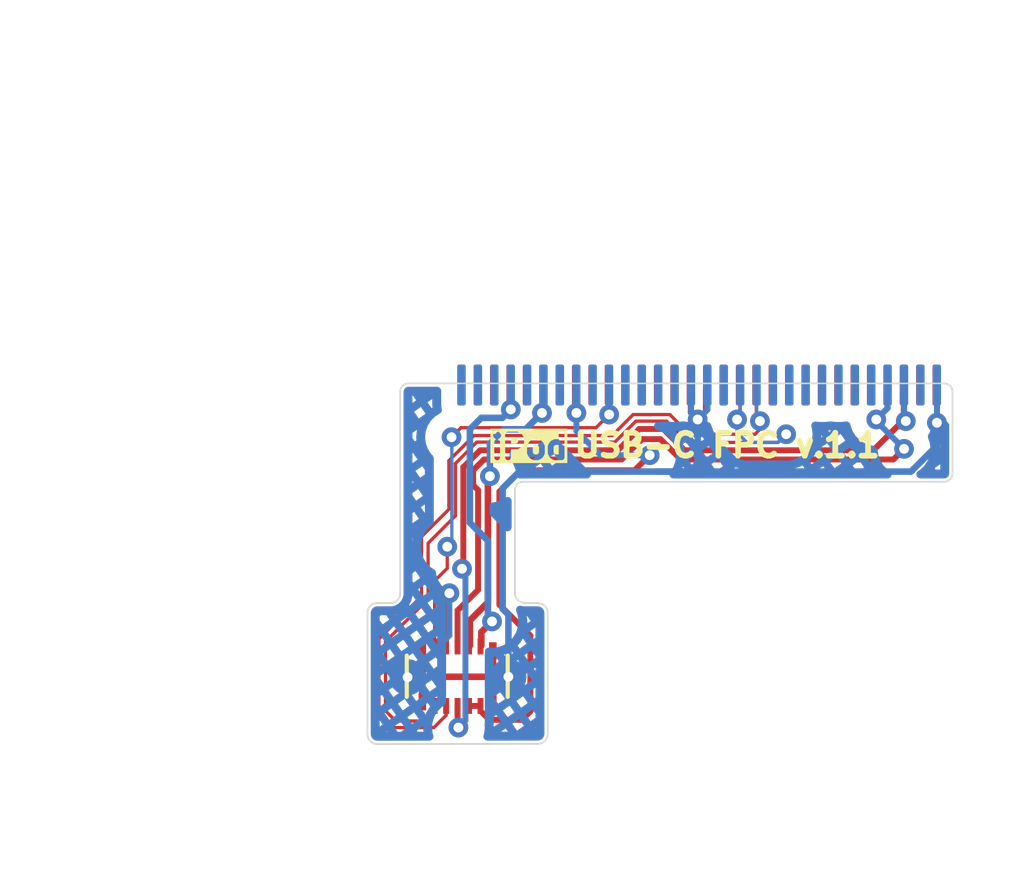
<source format=kicad_pcb>
(kicad_pcb (version 20240108) (generator "pcbnew") (generator_version "8.0")
  (layers (0 "F.Cu" signal) (31 "B.Cu" signal) (34 "B.Paste" user) (35 "F.Paste" user) (36 "B.SilkS" user "B.Silkscreen") (37 "F.SilkS" user "F.Silkscreen") (38 "B.Mask" user) (39 "F.Mask" user) (44 "Edge.Cuts" user))
  (net 0 "")
  (net 2 "Line_R")
  (net 3 "unconnected-(J1-IN_L-Pad6)")
  (net 4 "ACC_ID")
  (net 9 "unconnected-(J1-Pad19)")
  (net 14 "TX")
  (net 18 "GND")
  (net 19 "D-")
  (net 20 "USB_VCC")
  (net 21 "RX")
  (net 24 "Line_L")
  (net 27 "D+")
  (footprint "Connector_Molex:MOLEX_505070_1022" (layer "F.Cu") (at 97.7 63.1825 180)
    (property "Reference" "J2" (hide yes))
    (property "Value" "~" (hide yes))
    (fp_line (start 0.325 -0.63) (end 0.325 0.63) (stroke (width 0.127)) (layer "F.SilkS"))
    (fp_line (start -2.755 0.63) (end -2.755 -0.63) (stroke (width 0.127)) (layer "F.SilkS"))
    (pad "1" smd rect (at -1.925 0.9075 180) (size 0.18 0.485) (layers "F.Cu" "F.Mask") (net 27 "D+"))
    (pad "2" smd rect (at -1.925 -0.9075 180) (size 0.18 0.485) (layers "F.Cu" "F.Mask") (net 20 "USB_VCC"))
    (pad "3" smd rect (at -1.575 0.9075 180) (size 0.18 0.485) (layers "F.Cu" "F.Mask") (net 19 "D-"))
    (pad "4" smd rect (at -1.575 -0.9075 180) (size 0.18 0.485) (layers "F.Cu" "F.Mask") (net 20 "USB_VCC"))
    (pad "5" smd rect (at -1.225 0.9075 180) (size 0.18 0.485) (layers "F.Cu" "F.Mask") (net 24 "Line_L"))
    (pad "6" smd rect (at -1.225 -0.9075 180) (size 0.18 0.485) (layers "F.Cu" "F.Mask") (net 2 "Line_R"))
    (pad "7" smd rect (at -0.875 0.9075 180) (size 0.18 0.485) (layers "F.Cu" "F.Mask") (net 18 "GND"))
    (pad "8" smd rect (at -0.875 -0.9075 180) (size 0.18 0.485) (layers "F.Cu" "F.Mask") (net 14 "TX"))
    (pad "9" smd rect (at -0.525 0.907499 180) (size 0.18 0.485) (layers "F.Cu" "F.Mask") (net 4 "ACC_ID"))
    (pad "10" smd rect (at -0.525 -0.907499 180) (size 0.18 0.485) (layers "F.Cu" "F.Mask") (net 21 "RX"))
    (pad "S1" smd rect (at -2.3 -0.7675 180) (size 0.23 0.535) (layers "F.Cu" "F.Mask") (net 18 "GND"))
    (pad "S1" smd rect (at -2.3 0.7675 180) (size 0.23 0.535) (layers "F.Cu" "F.Mask") (net 18 "GND"))
    (pad "S2" smd rect (at -0.15 -0.775 180) (size 0.23 0.535) (layers "F.Cu" "F.Mask") (net 18 "GND"))
    (pad "S2" smd rect (at -0.15 0.775 180) (size 0.23 0.535) (layers "F.Cu" "F.Mask") (net 18 "GND"))
  )
  (footprint "Connector:SolderPad_iPod_Dock" (layer "F.Cu") (at 106.289215 55.15 180)
    (property "Reference" "J1" (hide yes))
    (property "Value" "~" (hide yes))
    (pad "1" smd roundrect (at -7.25 0.85 180) (size 0.25 1.25) (layers "F.Cu" "F.Paste" "F.Mask") (net 18 "GND"))
    (pad "2" smd roundrect (at -6.749562 0.85 180) (size 0.249124 1.25) (layers "F.Cu" "F.Paste" "F.Mask"))
    (pad "3" smd roundrect (at -6.249562 0.85 180) (size 0.249124 1.25) (layers "F.Cu" "F.Paste" "F.Mask") (net 2 "Line_R"))
    (pad "4" smd roundrect (at -5.749562 0.85 180) (size 0.249124 1.25) (layers "F.Cu" "F.Paste" "F.Mask") (net 24 "Line_L"))
    (pad "5" smd roundrect (at -5.249562 0.85 180) (size 0.249124 1.25) (layers "F.Cu" "F.Paste" "F.Mask"))
    (pad "6" smd roundrect (at -4.749562 0.85 180) (size 0.249124 1.25) (layers "F.Cu" "F.Paste" "F.Mask") (net 3 "unconnected-(J1-IN_L-Pad6)"))
    (pad "7" smd roundrect (at -4.249562 0.85 180) (size 0.249124 1.25) (layers "F.Cu" "F.Paste" "F.Mask"))
    (pad "8" smd roundrect (at -3.749562 0.85 180) (size 0.249124 1.25) (layers "F.Cu" "F.Paste" "F.Mask"))
    (pad "9" smd roundrect (at -3.249562 0.85 180) (size 0.249124 1.25) (layers "F.Cu" "F.Paste" "F.Mask"))
    (pad "10" smd roundrect (at -2.749562 0.85 180) (size 0.249124 1.25) (layers "F.Cu" "F.Paste" "F.Mask"))
    (pad "11" smd roundrect (at -2.249562 0.85 180) (size 0.249124 1.25) (layers "F.Cu" "F.Paste" "F.Mask"))
    (pad "12" smd roundrect (at -1.749562 0.85 180) (size 0.249124 1.25) (layers "F.Cu" "F.Paste" "F.Mask") (net 14 "TX"))
    (pad "13" smd roundrect (at -1.249562 0.85 180) (size 0.249124 1.25) (layers "F.Cu" "F.Paste" "F.Mask") (net 21 "RX"))
    (pad "14" smd roundrect (at -0.749562 0.85 180) (size 0.249124 1.25) (layers "F.Cu" "F.Paste" "F.Mask"))
    (pad "15" smd roundrect (at -0.249562 0.85 180) (size 0.249124 1.25) (layers "F.Cu" "F.Paste" "F.Mask") (net 18 "GND"))
    (pad "16" smd roundrect (at 0.250437 0.85 180) (size 0.249125 1.25) (layers "F.Cu" "F.Paste" "F.Mask") (net 18 "GND"))
    (pad "17" smd roundrect (at 0.750437 0.85 180) (size 0.249125 1.25) (layers "F.Cu" "F.Paste" "F.Mask"))
    (pad "18" smd roundrect (at 1.250437 0.85 180) (size 0.249125 1.25) (layers "F.Cu" "F.Paste" "F.Mask"))
    (pad "19" smd roundrect (at 1.750437 0.85 180) (size 0.249125 1.25) (layers "F.Cu" "F.Paste" "F.Mask") (net 9 "unconnected-(J1-Pad19)"))
    (pad "20" smd roundrect (at 2.250437 0.85 180) (size 0.249125 1.25) (layers "F.Cu" "F.Paste" "F.Mask"))
    (pad "21" smd roundrect (at 2.750437 0.85 180) (size 0.249125 1.25) (layers "F.Cu" "F.Paste" "F.Mask") (net 4 "ACC_ID"))
    (pad "22" smd roundrect (at 3.250437 0.85 180) (size 0.249125 1.25) (layers "F.Cu" "F.Paste" "F.Mask"))
    (pad "23" smd roundrect (at 3.750437 0.85 180) (size 0.249125 1.25) (layers "F.Cu" "F.Paste" "F.Mask") (net 20 "USB_VCC"))
    (pad "24" smd roundrect (at 4.250437 0.85 180) (size 0.249125 1.25) (layers "F.Cu" "F.Paste" "F.Mask"))
    (pad "25" smd roundrect (at 4.750437 0.85 180) (size 0.249125 1.25) (layers "F.Cu" "F.Paste" "F.Mask") (net 19 "D-"))
    (pad "26" smd roundrect (at 5.250437 0.85 180) (size 0.249125 1.25) (layers "F.Cu" "F.Paste" "F.Mask"))
    (pad "27" smd roundrect (at 5.750437 0.85 180) (size 0.249125 1.25) (layers "F.Cu" "F.Paste" "F.Mask") (net 27 "D+"))
    (pad "28" smd roundrect (at 6.250437 0.85 180) (size 0.249125 1.25) (layers "F.Cu" "F.Paste" "F.Mask"))
    (pad "29" smd roundrect (at 6.750437 0.85 180) (size 0.249125 1.25) (layers "F.Cu" "F.Paste" "F.Mask"))
    (pad "30" smd roundrect (at 7.250437 0.85 180) (size 0.249125 1.25) (layers "F.Cu" "F.Paste" "F.Mask"))
  )
  (footprint "Connector:SolderPad_iPod_Dock" (layer "B.Cu") (at 106.3 53.45 180)
    (property "Reference" "J3" (hide yes))
    (property "Value" "~" (hide yes))
    (pad "1" smd roundrect (at -7.25 -0.85 180) (size 0.25 1.25) (layers "B.Cu" "B.Paste" "B.Mask") (net 18 "GND"))
    (pad "2" smd roundrect (at -6.749562 -0.85 180) (size 0.249124 1.25) (layers "B.Cu" "B.Paste" "B.Mask"))
    (pad "3" smd roundrect (at -6.249562 -0.85 180) (size 0.249124 1.25) (layers "B.Cu" "B.Paste" "B.Mask") (net 2 "Line_R"))
    (pad "4" smd roundrect (at -5.749562 -0.85 180) (size 0.249124 1.25) (layers "B.Cu" "B.Paste" "B.Mask") (net 24 "Line_L"))
    (pad "5" smd roundrect (at -5.249562 -0.85 180) (size 0.249124 1.25) (layers "B.Cu" "B.Paste" "B.Mask"))
    (pad "6" smd roundrect (at -4.749562 -0.85 180) (size 0.249124 1.25) (layers "B.Cu" "B.Paste" "B.Mask"))
    (pad "7" smd roundrect (at -4.249562 -0.85 180) (size 0.249124 1.25) (layers "B.Cu" "B.Paste" "B.Mask"))
    (pad "8" smd roundrect (at -3.749562 -0.85 180) (size 0.249124 1.25) (layers "B.Cu" "B.Paste" "B.Mask"))
    (pad "9" smd roundrect (at -3.249562 -0.85 180) (size 0.249124 1.25) (layers "B.Cu" "B.Paste" "B.Mask"))
    (pad "10" smd roundrect (at -2.749562 -0.85 180) (size 0.249124 1.25) (layers "B.Cu" "B.Paste" "B.Mask"))
    (pad "11" smd roundrect (at -2.249562 -0.85 180) (size 0.249124 1.25) (layers "B.Cu" "B.Paste" "B.Mask"))
    (pad "12" smd roundrect (at -1.749562 -0.85 180) (size 0.249124 1.25) (layers "B.Cu" "B.Paste" "B.Mask") (net 14 "TX"))
    (pad "13" smd roundrect (at -1.249562 -0.85 180) (size 0.249124 1.25) (layers "B.Cu" "B.Paste" "B.Mask") (net 21 "RX"))
    (pad "14" smd roundrect (at -0.749562 -0.85 180) (size 0.249124 1.25) (layers "B.Cu" "B.Paste" "B.Mask"))
    (pad "15" smd roundrect (at -0.249562 -0.85 180) (size 0.249124 1.25) (layers "B.Cu" "B.Paste" "B.Mask") (net 18 "GND"))
    (pad "16" smd roundrect (at 0.250437 -0.85 180) (size 0.249125 1.25) (layers "B.Cu" "B.Paste" "B.Mask") (net 18 "GND"))
    (pad "17" smd roundrect (at 0.750437 -0.85 180) (size 0.249125 1.25) (layers "B.Cu" "B.Paste" "B.Mask"))
    (pad "18" smd roundrect (at 1.250437 -0.85 180) (size 0.249125 1.25) (layers "B.Cu" "B.Paste" "B.Mask"))
    (pad "19" smd roundrect (at 1.750437 -0.85 180) (size 0.249125 1.25) (layers "B.Cu" "B.Paste" "B.Mask"))
    (pad "20" smd roundrect (at 2.250437 -0.85 180) (size 0.249125 1.25) (layers "B.Cu" "B.Paste" "B.Mask"))
    (pad "21" smd roundrect (at 2.750437 -0.85 180) (size 0.249125 1.25) (layers "B.Cu" "B.Paste" "B.Mask") (net 4 "ACC_ID"))
    (pad "22" smd roundrect (at 3.250437 -0.85 180) (size 0.249125 1.25) (layers "B.Cu" "B.Paste" "B.Mask"))
    (pad "23" smd roundrect (at 3.750437 -0.85 180) (size 0.249125 1.25) (layers "B.Cu" "B.Paste" "B.Mask") (net 20 "USB_VCC"))
    (pad "24" smd roundrect (at 4.250437 -0.85 180) (size 0.249125 1.25) (layers "B.Cu" "B.Paste" "B.Mask"))
    (pad "25" smd roundrect (at 4.750437 -0.85 180) (size 0.249125 1.25) (layers "B.Cu" "B.Paste" "B.Mask") (net 19 "D-"))
    (pad "26" smd roundrect (at 5.250437 -0.85 180) (size 0.249125 1.25) (layers "B.Cu" "B.Paste" "B.Mask"))
    (pad "27" smd roundrect (at 5.750437 -0.85 180) (size 0.249125 1.25) (layers "B.Cu" "B.Paste" "B.Mask") (net 27 "D+"))
    (pad "28" smd roundrect (at 6.250437 -0.85 180) (size 0.249125 1.25) (layers "B.Cu" "B.Paste" "B.Mask"))
    (pad "29" smd roundrect (at 6.750437 -0.85 180) (size 0.249125 1.25) (layers "B.Cu" "B.Paste" "B.Mask"))
    (pad "30" smd roundrect (at 7.250437 -0.85 180) (size 0.249125 1.25) (layers "B.Cu" "B.Paste" "B.Mask"))
  )
  (gr_line (start 96.175 61.25) (end 96.175 64.952703) (stroke (width 0.05)) (layer "Edge.Cuts"))
  (gr_arc (start 101.675 64.947299) (mid 101.587249 65.159315) (end 101.375331 65.247298) (stroke (width 0.05)) (layer "Edge.Cuts"))
  (gr_line (start 97.175 54.5) (end 97.175 60.65) (stroke (width 0.05)) (layer "Edge.Cuts"))
  (gr_arc (start 100.975 60.95) (mid 100.762868 60.862132) (end 100.675 60.65) (stroke (width 0.05)) (layer "Edge.Cuts"))
  (gr_arc (start 97.175 54.5) (mid 97.248223 54.323223) (end 97.425 54.25) (stroke (width 0.05)) (layer "Edge.Cuts"))
  (gr_line (start 100.975 60.95) (end 101.375 60.95) (stroke (width 0.05)) (layer "Edge.Cuts"))
  (gr_arc (start 100.675 57.5) (mid 100.748223 57.323223) (end 100.925 57.25) (stroke (width 0.05)) (layer "Edge.Cuts"))
  (gr_arc (start 96.475331 65.252703) (mid 96.262985 65.164952) (end 96.175 64.952703) (stroke (width 0.05)) (layer "Edge.Cuts"))
  (gr_line (start 100.675 60.65) (end 100.675 57.5) (stroke (width 0.05)) (layer "Edge.Cuts"))
  (gr_arc (start 113.775 54.25) (mid 113.951777 54.323223) (end 114.025 54.5) (stroke (width 0.05)) (layer "Edge.Cuts"))
  (gr_arc (start 97.175 60.65) (mid 97.087132 60.862132) (end 96.875 60.95) (stroke (width 0.05)) (layer "Edge.Cuts"))
  (gr_line (start 96.475331 65.252703) (end 101.375331 65.247298) (stroke (width 0.05)) (layer "Edge.Cuts"))
  (gr_line (start 101.675 61.25) (end 101.675 64.947299) (stroke (width 0.05)) (layer "Edge.Cuts"))
  (gr_arc (start 114.025 57) (mid 113.951777 57.176777) (end 113.775 57.25) (stroke (width 0.05)) (layer "Edge.Cuts"))
  (gr_line (start 97.425 54.25) (end 113.775 54.25) (stroke (width 0.05)) (layer "Edge.Cuts"))
  (gr_arc (start 101.375 60.95) (mid 101.587132 61.037868) (end 101.675 61.25) (stroke (width 0.05)) (layer "Edge.Cuts"))
  (gr_line (start 114.025 54.5) (end 114.025 57) (stroke (width 0.05)) (layer "Edge.Cuts"))
  (gr_line (start 96.875 60.95) (end 96.475 60.95) (stroke (width 0.05)) (layer "Edge.Cuts"))
  (gr_arc (start 96.175 61.25) (mid 96.262868 61.037868) (end 96.475 60.95) (stroke (width 0.05)) (layer "Edge.Cuts"))
  (gr_line (start 100.925 57.25) (end 113.775 57.25) (stroke (width 0.05)) (layer "Edge.Cuts"))
  (gr_text "USB-C FPC v.1.1" (at 102.4 56.55 0) (layer "F.SilkS") (effects (font (size 0.7 0.7) (thickness 0.175) (bold yes)) (justify left bottom)))
  (gr_text "iPod" (at 99.85 56.6 0) (layer "F.SilkS" knockout) (effects (font (size 0.7 0.7) (thickness 0.175) (bold yes)) (justify left bottom)))
  (segment (start 112.338777 55.561223) (end 111.61 56.29) (width 0.18) (layer "F.Cu") (net 2))
  (segment (start 112.538777 55.461223) (end 112.538777 55.561223) (width 0.18) (layer "F.Cu") (net 2))
  (segment (start 105.200588 55.64) (end 104.46402 55.64) (width 0.18) (layer "F.Cu") (net 2))
  (segment (start 112.6 55.4) (end 112.538777 55.338777) (width 0.18) (layer "F.Cu") (net 2))
  (segment (start 98.925 64.09) (end 98.925 64.725) (width 0.18) (layer "F.Cu") (net 2))
  (segment (start 99.1 56.80402) (end 99.1 59.865) (width 0.18) (layer "F.Cu") (net 2))
  (segment (start 103.81402 56.29) (end 99.61402 56.29) (width 0.18) (layer "F.Cu") (net 2))
  (segment (start 98.925 64.725) (end 98.95 64.75) (width 0.18) (layer "F.Cu") (net 2))
  (segment (start 105.850588 56.29) (end 105.200588 55.64) (width 0.18) (layer "F.Cu") (net 2))
  (segment (start 111.61 56.29) (end 105.850588 56.29) (width 0.18) (layer "F.Cu") (net 2))
  (segment (start 112.538777 55.338777) (end 112.538777 54.44) (width 0.18) (layer "F.Cu") (net 2))
  (segment (start 104.46402 55.64) (end 103.81402 56.29) (width 0.18) (layer "F.Cu") (net 2))
  (segment (start 99.1 59.865) (end 99.06 59.905) (width 0.18) (layer "F.Cu") (net 2))
  (segment (start 112.538777 55.561223) (end 112.338777 55.561223) (width 0.18) (layer "F.Cu") (net 2))
  (segment (start 112.6 55.4) (end 112.538777 55.461223) (width 0.18) (layer "F.Cu") (net 2))
  (segment (start 99.61402 56.29) (end 99.1 56.80402) (width 0.18) (layer "F.Cu") (net 2))
  (via (at 98.95 64.75) (size 0.6) (drill 0.3) (layers "F.Cu" "B.Cu") (net 2))
  (via (at 99.06 59.905) (size 0.6) (drill 0.3) (layers "F.Cu" "B.Cu") (net 2))
  (via (at 112.6 55.4) (size 0.6) (drill 0.3) (layers "F.Cu" "B.Cu") (net 2))
  (segment (start 112.549562 55.349562) (end 112.549562 54.44) (width 0.18) (layer "B.Cu") (net 2))
  (segment (start 99.06 59.905) (end 99.165 60.01) (width 0.18) (layer "B.Cu") (net 2))
  (segment (start 99.165 60.01) (end 99.165 64.535) (width 0.18) (layer "B.Cu") (net 2))
  (segment (start 112.6 55.4) (end 112.549562 55.349562) (width 0.18) (layer "B.Cu") (net 2))
  (segment (start 99.165 64.535) (end 98.95 64.75) (width 0.18) (layer "B.Cu") (net 2))
  (segment (start 111.039652 54.45) (end 111.05 54.45) (width 0.2) (layer "F.Cu") (net 3))
  (segment (start 98.225 60.275) (end 98.225 62.275001) (width 0.1) (layer "F.Cu") (net 4))
  (segment (start 98.74038 55.89038) (end 99.03076 55.6) (width 0.1) (layer "F.Cu") (net 4))
  (segment (start 103.549563 55.200437) (end 103.549563 55.2) (width 0.1) (layer "F.Cu") (net 4))
  (segment (start 103.549563 55.2) (end 103.538778 55.189215) (width 0.1) (layer "F.Cu") (net 4))
  (segment (start 103.15 55.6) (end 103.549563 55.200437) (width 0.1) (layer "F.Cu") (net 4))
  (segment (start 103.538778 55.189215) (end 103.538778 54.4) (width 0.1) (layer "F.Cu") (net 4))
  (segment (start 98.61 59.231924) (end 98.61 59.89) (width 0.1) (layer "F.Cu") (net 4))
  (segment (start 98.61 59.89) (end 98.225 60.275) (width 0.1) (layer "F.Cu") (net 4))
  (segment (start 99.03076 55.6) (end 103.15 55.6) (width 0.1) (layer "F.Cu") (net 4))
  (via (at 98.74038 55.89038) (size 0.6) (drill 0.3) (layers "F.Cu" "B.Cu") (net 4))
  (via (at 103.549563 55.2) (size 0.6) (drill 0.3) (layers "F.Cu" "B.Cu") (net 4))
  (via (at 98.61 59.231924) (size 0.6) (drill 0.3) (layers "F.Cu" "B.Cu") (net 4))
  (segment (start 98.61 59.231924) (end 98.75 59.091924) (width 0.1) (layer "B.Cu") (net 4))
  (segment (start 98.75 59.091924) (end 98.75 55.9) (width 0.1) (layer "B.Cu") (net 4))
  (segment (start 103.549563 55.2) (end 103.549563 54.4) (width 0.1) (layer "B.Cu") (net 4))
  (segment (start 98.75 55.9) (end 98.74038 55.89038) (width 0.1) (layer "B.Cu") (net 4))
  (segment (start 104.499653 54.44) (end 104.539653 54.44) (width 0.18) (layer "F.Cu") (net 9))
  (segment (start 108.15 55.4) (end 108.038777 55.288777) (width 0.1) (layer "F.Cu") (net 14))
  (segment (start 105.4 55.2) (end 104.281765 55.2) (width 0.1) (layer "F.Cu") (net 14))
  (segment (start 97.825 58.925) (end 97.825 60.743946) (width 0.1) (layer "F.Cu") (net 14))
  (segment (start 103.641764 55.840001) (end 99.427156 55.840001) (width 0.1) (layer "F.Cu") (net 14))
  (segment (start 98.66 58.09) (end 97.825 58.925) (width 0.1) (layer "F.Cu") (net 14))
  (segment (start 98.575 64.375) (end 98.575 64.09) (width 0.1) (layer "F.Cu") (net 14))
  (segment (start 99.427156 55.840001) (end 98.66 56.607157) (width 0.1) (layer "F.Cu") (net 14))
  (segment (start 108.038777 55.288777) (end 108.038777 54.4) (width 0.1) (layer "F.Cu") (net 14))
  (segment (start 98.2 64.75) (end 98.575 64.375) (width 0.1) (layer "F.Cu") (net 14))
  (segment (start 96.525 64.321054) (end 96.953946 64.75) (width 0.1) (layer "F.Cu") (net 14))
  (segment (start 98.66 56.607157) (end 98.66 58.09) (width 0.1) (layer "F.Cu") (net 14))
  (segment (start 96.953946 64.75) (end 98.2 64.75) (width 0.1) (layer "F.Cu") (net 14))
  (segment (start 108.15 55.4) (end 108.15 55.65) (width 0.1) (layer "F.Cu") (net 14))
  (segment (start 108 55.8) (end 106 55.8) (width 0.1) (layer "F.Cu") (net 14))
  (segment (start 96.525 62.043946) (end 96.525 64.321054) (width 0.1) (layer "F.Cu") (net 14))
  (segment (start 106 55.8) (end 105.4 55.2) (width 0.1) (layer "F.Cu") (net 14))
  (segment (start 108.15 55.65) (end 108 55.8) (width 0.1) (layer "F.Cu") (net 14))
  (segment (start 104.281765 55.2) (end 103.641764 55.840001) (width 0.1) (layer "F.Cu") (net 14))
  (segment (start 97.825 60.743946) (end 96.525 62.043946) (width 0.1) (layer "F.Cu") (net 14))
  (via (at 108.15 55.4) (size 0.6) (drill 0.3) (layers "F.Cu" "B.Cu") (net 14))
  (segment (start 108.05 55.3) (end 108.05 54.4) (width 0.1) (layer "B.Cu") (net 14))
  (segment (start 108.15 55.4) (end 108.05 55.3) (width 0.1) (layer "B.Cu") (net 14))
  (segment (start 97.855 63.9925) (end 97.85 63.9875) (width 0.1) (layer "F.Cu") (net 18))
  (segment (start 106.25 55.35) (end 106.5 55.1) (width 0.18) (layer "F.Cu") (net 18))
  (segment (start 106.039653 55.139653) (end 106.039653 54.44) (width 0.18) (layer "F.Cu") (net 18))
  (segment (start 97.85 62.4625) (end 97.855 62.4575) (width 0.1) (layer "F.Cu") (net 18))
  (segment (start 113.55 54.44) (end 113.539215 54.44) (width 0.18) (layer "F.Cu") (net 18))
  (segment (start 100.005 63.255) (end 100 63.25) (width 0.1) (layer "F.Cu") (net 18))
  (segment (start 97.85 63.225) (end 97.85 62.4625) (width 0.2) (layer "F.Cu") (net 18))
  (segment (start 106.5 55.1) (end 106.5 54.44) (width 0.18) (layer "F.Cu") (net 18))
  (segment (start 106.25 55.35) (end 106.039653 55.139653) (width 0.18) (layer "F.Cu") (net 18))
  (segment (start 113.55 55.45) (end 113.55 54.44) (width 0.18) (layer "F.Cu") (net 18))
  (segment (start 100.475 63.2) (end 100.005 63.2) (width 0.2) (layer "F.Cu") (net 18))
  (segment (start 100.005 64) (end 100.005 63.255) (width 0.2) (layer "F.Cu") (net 18))
  (segment (start 100.005 63.245) (end 100.005 62.45) (width 0.1) (layer "F.Cu") (net 18))
  (segment (start 97.855 63.213955) (end 97.855 62.4575) (width 0.2) (layer "F.Cu") (net 18))
  (segment (start 100.005 64) (end 100.005 63.739288) (width 0.1) (layer "F.Cu") (net 18))
  (segment (start 100.475 63.2) (end 97.413955 63.2) (width 0.2) (layer "F.Cu") (net 18))
  (segment (start 98.575 60.75) (end 98.575 62.275) (width 0.18) (layer "F.Cu") (net 18))
  (segment (start 97.413955 63.2) (end 97.4 63.213955) (width 0.2) (layer "F.Cu") (net 18))
  (segment (start 100 63.25) (end 100.005 63.245) (width 0.1) (layer "F.Cu") (net 18))
  (segment (start 97.85 63.225) (end 97.85 63.9875) (width 0.2) (layer "F.Cu") (net 18))
  (segment (start 100.005 63.2) (end 100.005 62.45) (width 0.2) (layer "F.Cu") (net 18))
  (segment (start 98.675 60.65) (end 98.575 60.75) (width 0.18) (layer "F.Cu") (net 18))
  (segment (start 97.4 63.213955) (end 97.855 63.213955) (width 0.2) (layer "F.Cu") (net 18))
  (via (at 100.475 63.2) (size 0.6) (drill 0.3) (layers "F.Cu" "B.Cu") (net 18))
  (via (at 113.55 55.45) (size 0.6) (drill 0.3) (layers "F.Cu" "B.Cu") (net 18))
  (via (at 97.4 63.213955) (size 0.6) (drill 0.3) (layers "F.Cu" "B.Cu") (net 18))
  (via (at 106.25 55.35) (size 0.6) (drill 0.3) (layers "F.Cu" "B.Cu") (net 18))
  (via (at 98.675 60.65) (size 0.6) (drill 0.3) (layers "F.Cu" "B.Cu") (net 18))
  (segment (start 112.76 56.94) (end 113.55 56.15) (width 0.2) (layer "B.Cu") (net 18))
  (segment (start 106.25 55.35) (end 106.549562 55.050438) (width 0.18) (layer "B.Cu") (net 18))
  (segment (start 105.01 56.94) (end 112.76 56.94) (width 0.2) (layer "B.Cu") (net 18))
  (segment (start 105.01 56.94) (end 106 56.94) (width 0.2) (layer "B.Cu") (net 18))
  (segment (start 98.675 60.65) (end 98.675 61.938955) (width 0.18) (layer "B.Cu") (net 18))
  (segment (start 106.549562 55.050438) (end 106.549562 54.44) (width 0.18) (layer "B.Cu") (net 18))
  (segment (start 100.475572 63.199428) (end 100.475572 61.304195) (width 0.2) (layer "B.Cu") (net 18))
  (segment (start 106 56.94) (end 106.25 56.69) (width 0.2) (layer "B.Cu") (net 18))
  (segment (start 100.3 57.45) (end 100.81 56.94) (width 0.2) (layer "B.Cu") (net 18))
  (segment (start 100.81 56.94) (end 105.01 56.94) (width 0.2) (layer "B.Cu") (net 18))
  (segment (start 100.3 61.128623) (end 100.3 57.45) (width 0.2) (layer "B.Cu") (net 18))
  (segment (start 113.55 55.45) (end 113.55 54.44) (width 0.18) (layer "B.Cu") (net 18))
  (segment (start 98.675 61.938955) (end 97.4 63.213955) (width 0.18) (layer "B.Cu") (net 18))
  (segment (start 100.475572 61.304195) (end 100.3 61.128623) (width 0.2) (layer "B.Cu") (net 18))
  (segment (start 106.049563 55.149563) (end 106.049563 54.44) (width 0.18) (layer "B.Cu") (net 18))
  (segment (start 100.475 63.2) (end 100.475572 63.199428) (width 0.2) (layer "B.Cu") (net 18))
  (segment (start 106.25 55.35) (end 106.049563 55.149563) (width 0.18) (layer "B.Cu") (net 18))
  (segment (start 113.55 56.15) (end 113.55 55.45) (width 0.2) (layer "B.Cu") (net 18))
  (segment (start 106.25 56.69) (end 106.25 55.35) (width 0.2) (layer "B.Cu") (net 18))
  (segment (start 99.911483 57.081483) (end 99.85 57.142966) (width 0.2) (layer "F.Cu") (net 19))
  (segment (start 99.3 61.479767) (end 99.3 62.25) (width 0.2) (layer "F.Cu") (net 19))
  (segment (start 99.85 57.142966) (end 99.85 60.929767) (width 0.2) (layer "F.Cu") (net 19))
  (segment (start 99.85 60.929767) (end 99.3 61.479767) (width 0.2) (layer "F.Cu") (net 19))
  (via (at 101.5 55.15) (size 0.6) (drill 0.3) (layers "F.Cu" "B.Cu") (net 19))
  (via (at 99.911483 57.081483) (size 0.6) (drill 0.3) (layers "F.Cu" "B.Cu") (net 19))
  (segment (start 101 55.65) (end 100.35 55.65) (width 0.2) (layer "B.Cu") (net 19))
  (segment (start 100.35 55.65) (end 99.911483 56.088517) (width 0.2) (layer "B.Cu") (net 19))
  (segment (start 99.911483 56.088517) (end 99.911483 57.081483) (width 0.2) (layer "B.Cu") (net 19))
  (segment (start 101.5 55.15) (end 101 55.65) (width 0.2) (layer "B.Cu") (net 19))
  (segment (start 100.2 57.55) (end 100.2 61) (width 0.18) (layer "F.Cu") (net 20))
  (segment (start 104.325821 56.9) (end 100.85 56.9) (width 0.18) (layer "F.Cu") (net 20))
  (segment (start 100.85 56.9) (end 100.2 57.55) (width 0.18) (layer "F.Cu") (net 20))
  (segment (start 101.145 61.945) (end 101.145 64.25478) (width 0.18) (layer "F.Cu") (net 20))
  (segment (start 100.2 61) (end 101.145 61.945) (width 0.18) (layer "F.Cu") (net 20))
  (segment (start 101.145 64.25478) (end 100.88728 64.5125) (width 0.18) (layer "F.Cu") (net 20))
  (segment (start 99.895 64.5125) (end 99.625 64.2425) (width 0.18) (layer "F.Cu") (net 20))
  (segment (start 102.538778 55.138778) (end 102.538778 54.44) (width 0.18) (layer "F.Cu") (net 20))
  (segment (start 99.625 64.2425) (end 99.625 64.09) (width 0.18) (layer "F.Cu") (net 20))
  (segment (start 100.88728 64.5125) (end 99.895 64.5125) (width 0.18) (layer "F.Cu") (net 20))
  (segment (start 102.55 55.15) (end 102.538778 55.138778) (width 0.18) (layer "F.Cu") (net 20))
  (segment (start 104.785821 56.44) (end 104.325821 56.9) (width 0.18) (layer "F.Cu") (net 20))
  (segment (start 99.625 64.09) (end 99.275 64.09) (width 0.18) (layer "F.Cu") (net 20))
  (via (at 104.785821 56.44) (size 0.6) (drill 0.3) (layers "F.Cu" "B.Cu") (net 20))
  (via (at 102.55 55.15) (size 0.6) (drill 0.3) (layers "F.Cu" "B.Cu") (net 20))
  (segment (start 102.55 55.15) (end 102.55 55.7) (width 0.18) (layer "B.Cu") (net 20))
  (segment (start 102.55 55.7) (end 103.29 56.44) (width 0.18) (layer "B.Cu") (net 20))
  (segment (start 103.29 56.44) (end 104.785821 56.44) (width 0.18) (layer "B.Cu") (net 20))
  (segment (start 108.7 56.05) (end 105.95 56.05) (width 0.1) (layer "F.Cu") (net 21))
  (segment (start 107.538777 55.262584) (end 107.538777 54.4) (width 0.1) (layer "F.Cu") (net 21))
  (segment (start 98.86 56.69) (end 98.86 58.29) (width 0.1) (layer "F.Cu") (net 21))
  (segment (start 98.86 58.29) (end 98.025 59.125) (width 0.1) (layer "F.Cu") (net 21))
  (segment (start 98.025 60.826788) (end 96.725 62.126788) (width 0.1) (layer "F.Cu") (net 21))
  (segment (start 99.509999 56.040001) (end 98.86 56.69) (width 0.1) (layer "F.Cu") (net 21))
  (segment (start 108.95 55.8) (end 108.7 56.05) (width 0.1) (layer "F.Cu") (net 21))
  (segment (start 104.364608 55.4) (end 103.724607 56.040001) (width 0.1) (layer "F.Cu") (net 21))
  (segment (start 105.95 56.05) (end 105.3 55.4) (width 0.1) (layer "F.Cu") (net 21))
  (segment (start 96.725 62.126788) (end 96.725 64.238212) (width 0.1) (layer "F.Cu") (net 21))
  (segment (start 97.94 64.55) (end 98.225 64.265) (width 0.1) (layer "F.Cu") (net 21))
  (segment (start 98.225 64.265) (end 98.225 64.089999) (width 0.1) (layer "F.Cu") (net 21))
  (segment (start 96.725 64.238212) (end 97.036788 64.55) (width 0.1) (layer "F.Cu") (net 21))
  (segment (start 98.025 59.125) (end 98.025 60.826788) (width 0.1) (layer "F.Cu") (net 21))
  (segment (start 97.036788 64.55) (end 97.94 64.55) (width 0.1) (layer "F.Cu") (net 21))
  (segment (start 105.3 55.4) (end 104.364608 55.4) (width 0.1) (layer "F.Cu") (net 21))
  (segment (start 107.451818 55.349543) (end 107.538777 55.262584) (width 0.1) (layer "F.Cu") (net 21))
  (segment (start 103.724607 56.040001) (end 99.509999 56.040001) (width 0.1) (layer "F.Cu") (net 21))
  (via (at 108.95 55.8) (size 0.6) (drill 0.3) (layers "F.Cu" "B.Cu") (net 21))
  (via (at 107.451818 55.349543) (size 0.6) (drill 0.3) (layers "F.Cu" "B.Cu") (net 21))
  (segment (start 107.75 56.05) (end 108.7 56.05) (width 0.1) (layer "B.Cu") (net 21))
  (segment (start 107.55 55.251361) (end 107.55 54.400438) (width 0.1) (layer "B.Cu") (net 21))
  (segment (start 107.55 54.400438) (end 107.549562 54.4) (width 0.1) (layer "B.Cu") (net 21))
  (segment (start 107.451818 55.751818) (end 107.75 56.05) (width 0.1) (layer "B.Cu") (net 21))
  (segment (start 108.7 56.05) (end 108.95 55.8) (width 0.1) (layer "B.Cu") (net 21))
  (segment (start 107.451818 55.349543) (end 107.451818 55.751818) (width 0.1) (layer "B.Cu") (net 21))
  (segment (start 107.451818 55.349543) (end 107.55 55.251361) (width 0.1) (layer "B.Cu") (net 21))
  (segment (start 99.4 57.352965) (end 99.55 57.502965) (width 0.18) (layer "F.Cu") (net 24))
  (segment (start 105.734608 56.57) (end 105.114608 55.95) (width 0.18) (layer "F.Cu") (net 24))
  (segment (start 105.114608 55.95) (end 104.55 55.95) (width 0.18) (layer "F.Cu") (net 24))
  (segment (start 112.546446 56.246446) (end 112.222892 56.57) (width 0.18) (layer "F.Cu") (net 24))
  (segment (start 112.222892 56.57) (end 105.734608 56.57) (width 0.18) (layer "F.Cu") (net 24))
  (segment (start 99.73 56.57) (end 99.4 56.9) (width 0.18) (layer "F.Cu") (net 24))
  (segment (start 98.925 61.175) (end 98.925 62.275) (width 0.18) (layer "F.Cu") (net 24))
  (segment (start 103.93 56.57) (end 99.73 56.57) (width 0.18) (layer "F.Cu") (net 24))
  (segment (start 111.7 55.35) (end 112.038777 55.011223) (width 0.18) (layer "F.Cu") (net 24))
  (segment (start 112.038777 55.011223) (end 112.038777 54.44) (width 0.18) (layer "F.Cu") (net 24))
  (segment (start 104.55 55.95) (end 103.93 56.57) (width 0.18) (layer "F.Cu") (net 24))
  (segment (start 99.55 57.502965) (end 99.55 60.55) (width 0.18) (layer "F.Cu") (net 24))
  (segment (start 99.55 60.55) (end 98.925 61.175) (width 0.18) (layer "F.Cu") (net 24))
  (segment (start 99.4 56.9) (end 99.4 57.352965) (width 0.18) (layer "F.Cu") (net 24))
  (via (at 111.7 55.35) (size 0.6) (drill 0.3) (layers "F.Cu" "B.Cu") (net 24))
  (via (at 112.546446 56.246446) (size 0.6) (drill 0.3) (layers "F.Cu" "B.Cu") (net 24))
  (segment (start 112.546446 56.246446) (end 111.7 55.4) (width 0.18) (layer "B.Cu") (net 24))
  (segment (start 111.7 55.4) (end 111.7 55.35) (width 0.18) (layer "B.Cu") (net 24))
  (segment (start 111.7 55.35) (end 112.049562 55.000438) (width 0.18) (layer "B.Cu") (net 24))
  (segment (start 112.049562 55.000438) (end 112.049562 54.44) (width 0.18) (layer "B.Cu") (net 24))
  (segment (start 99.975572 61.656928) (end 99.975572 61.511302) (width 0.2) (layer "F.Cu") (net 27))
  (segment (start 99.975572 61.511302) (end 99.65 61.836874) (width 0.2) (layer "F.Cu") (net 27))
  (segment (start 100.549709 54.80858) (end 100.538778 54.797649) (width 0.2) (layer "F.Cu") (net 27))
  (segment (start 100.549709 55.043508) (end 100.549709 54.80858) (width 0.2) (layer "F.Cu") (net 27))
  (segment (start 100.538778 54.797649) (end 100.538778 54.45) (width 0.2) (layer "F.Cu") (net 27))
  (segment (start 99.65 61.836874) (end 99.65 62.25) (width 0.2) (layer "F.Cu") (net 27))
  (via (at 99.975572 61.511302) (size 0.6) (drill 0.3) (layers "F.Cu" "B.Cu") (net 27))
  (via (at 100.549709 55.043508) (size 0.6) (drill 0.3) (layers "F.Cu" "B.Cu") (net 27))
  (segment (start 100.293217 55.3) (end 99.65 55.3) (width 0.2) (layer "B.Cu") (net 27))
  (segment (start 99.85 61.38573) (end 99.975572 61.511302) (width 0.2) (layer "B.Cu") (net 27))
  (segment (start 99.85 59.05) (end 99.85 61.38573) (width 0.2) (layer "B.Cu") (net 27))
  (segment (start 99.3 58.5) (end 99.85 59.05) (width 0.2) (layer "B.Cu") (net 27))
  (segment (start 99.3 55.65) (end 99.3 58.5) (width 0.2) (layer "B.Cu") (net 27))
  (segment (start 99.65 55.3) (end 99.3 55.65) (width 0.2) (layer "B.Cu") (net 27))
  (segment (start 100.549709 55.043508) (end 100.293217 55.3) (width 0.2) (layer "B.Cu") (net 27))
  (zone (net 18) (net_name "GND") (layer "B.Cu") (connect_pads (clearance 0.5)) (min_thickness 0.25) (fill yes (mode hatch) (thermal_gap 0.5) (thermal_bridge_width 0.5) (island_removal_mode 1) (island_area_min 10) (hatch_thickness 0.25) (hatch_gap 0.25) (hatch_orientation 35) (hatch_border_algorithm hatch_thickness) (hatch_min_hole_area 0.3))
    (polygon (pts (xy 90.725 54.425) (xy 94.875 51.95) (xy 116.225 52.85) (xy 115.7 69.4) (xy 93.2 65.675)))
  )
)
</source>
